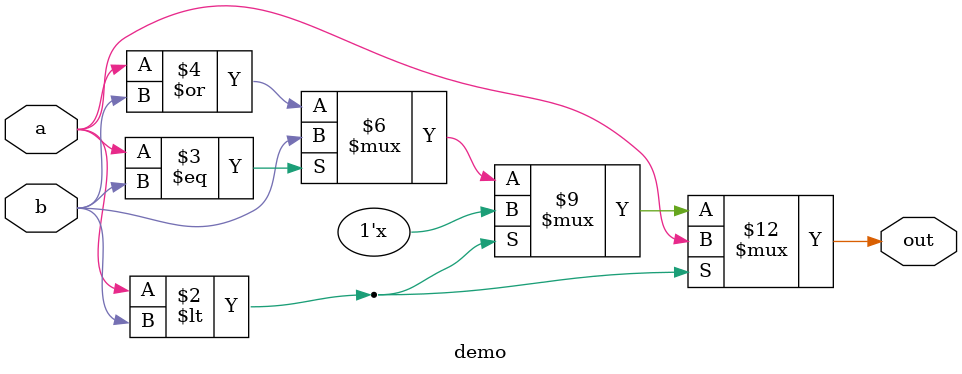
<source format=v>
module demo(a , b , out );
	input a , b ; 
	output out ;
	always @(a | b )
	begin 
		if( a < b )
			out = a ; 
		else if ( a == b ) 
			out = b ;
		else 
			out = a  | b ;
	end 
endmodule 

</source>
